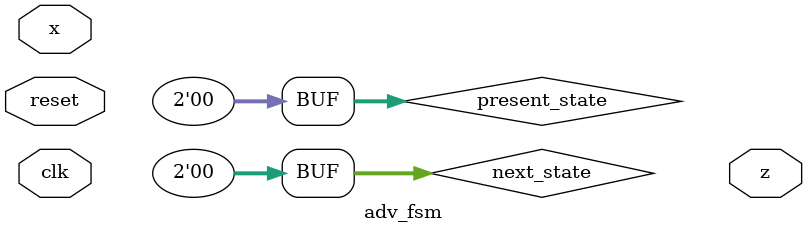
<source format=v>
module adv_fsm(
input clk,
input reset,
input x,
output z ); 
reg [1:0] present_state, next_state;
parameter IDLE=0, S1=1, S10=2, S101=3;
// output signal z is asserted to 1 when present_state is S101 
// present_state is reset to IDLE when rset is high
// otherwise it is assigned next state
// if present_state is IDLE, next_state is assigned S1 if x is 1, otherwise next_state stays at IDLE
// if present_state is S1, next_state is assigned S10 if x is 0, otherwise next_state stays at IDLE 
// if present_state is S10, next_state is assigned S101 if x is 1, otherwise next_state stays at IDLE 
// if present_state is S101, next_state is assigned IDLE


always begin
  if ( reset == 0 ) begin
    present_state <= IDLE;
  end else begin
    present_state <= IDLE;
  end
end

always begin
  next_state <= present_state;
end

always begin
  if ( present_state == IDLE ) begin
    if ( x == 1 ) begin
      next_state <= S1;
    end 
    else begin
      next_state <= IDLE;
    end
  end
  else if ( present_state == S1 ) begin
    if ( x == 0 ) begin
      next_state <= IDLE;
    end
  end
  else if ( present_state == S10 ) begin
    if ( x == 1 ) begin
      next_state <= S101;
    end 
    else begin
      next_state <= IDLE;
    end
end
end
endmodule

</source>
